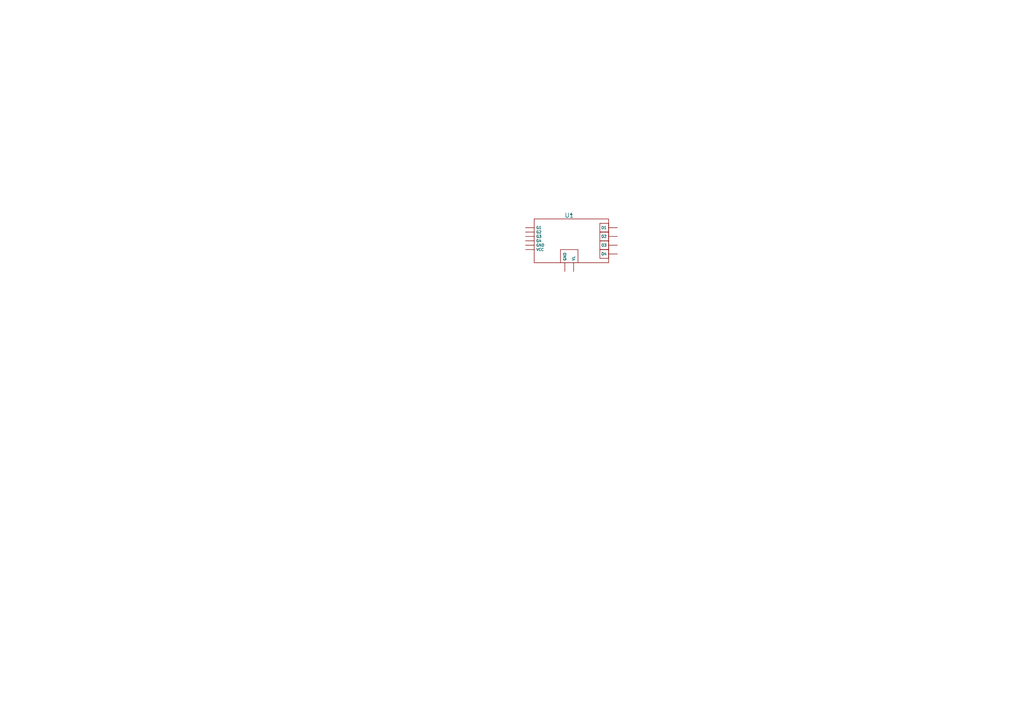
<source format=kicad_sch>
(kicad_sch (version 20231120) (generator "eeschema") (generator_version "8.0")
  (paper "A4")
  (lib_symbols
    (symbol "bachelor:Pmod_0D1"
      (property "Reference" "U" (at -8.128 9.906 0))
      (symbol "Pmod_0D1_0_1"
        (rectangle (start -7.62 8.89) (end 13.97 -3.81))
        (rectangle (start 0 0) (end 5.08 -3.81))
        (rectangle (start 11.43 0) (end 13.97 -2.54))
        (rectangle (start 11.43 2.54) (end 13.97 0))
        (rectangle (start 11.43 5.08) (end 13.97 2.54))
        (rectangle (start 11.43 7.62) (end 13.97 5.08))
      )
      (symbol "Pmod_0D1_1_1"
        (pin input line (at -10.16 6.35 0) (length 2.54) (name "G1") (number ""))
        (pin input line (at -10.16 5.08 0) (length 2.54) (name "G2") (number ""))
        (pin input line (at -10.16 3.81 0) (length 2.54) (name "G3") (number ""))
        (pin input line (at -10.16 2.54 0) (length 2.54) (name "G4") (number ""))
        (pin input line (at -10.16 1.27 0) (length 2.54) (name "GND") (number ""))
        (pin passive line (at 1.27 -6.35 90) (length 2.54) (name "GND") (number ""))
        (pin output line (at 16.51 6.35 180) (length 2.54) (name "O1") (number ""))
        (pin output line (at 16.51 3.81 180) (length 2.54) (name "O2") (number ""))
        (pin output line (at 16.51 1.27 180) (length 2.54) (name "O3") (number ""))
        (pin output line (at 16.51 -1.27 180) (length 2.54) (name "O4") (number ""))
        (pin input line (at -10.16 0 0) (length 2.54) (name "VCC") (number ""))
        (pin passive line (at 3.81 -6.35 90) (length 2.54) (name "VL") (number ""))
      )
    )
  )
  (symbol (lib_id "bachelor:Pmod_0D1") (at 162.56 72.39 0) (unit 1)
    (property "Reference" "U1" (at 165.1 62.484 0))
    (property "Value" "~" (at 165.735 62.23 0))
  )
)
</source>
